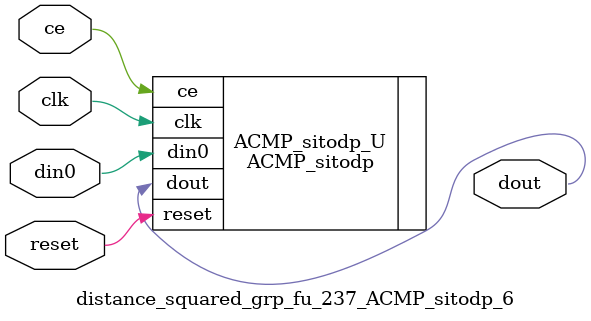
<source format=v>

`timescale 1 ns / 1 ps
module distance_squared_grp_fu_237_ACMP_sitodp_6(
    clk,
    reset,
    ce,
    din0,
    dout);

parameter ID = 32'd1;
parameter NUM_STAGE = 32'd1;
parameter din0_WIDTH = 32'd1;
parameter dout_WIDTH = 32'd1;
input clk;
input reset;
input ce;
input[din0_WIDTH - 1:0] din0;
output[dout_WIDTH - 1:0] dout;



ACMP_sitodp #(
.ID( ID ),
.NUM_STAGE( 5 ),
.din0_WIDTH( din0_WIDTH ),
.dout_WIDTH( dout_WIDTH ))
ACMP_sitodp_U(
    .clk( clk ),
    .reset( reset ),
    .ce( ce ),
    .din0( din0 ),
    .dout( dout ));

endmodule

</source>
